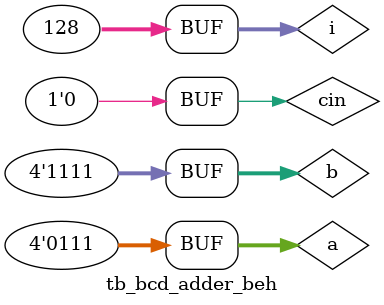
<source format=v>
module tb_bcd_adder_beh;
reg [3:0]a,b;
reg cin;
wire [3:0]sum;
wire carry;
integer i;

bcd_adder_beh dut(a,b,cin,sum,carry);

initial begin
for(i=0;i<128;i=i+1)
begin {cin,a,b}=i; #10;
end
end

endmodule
</source>
